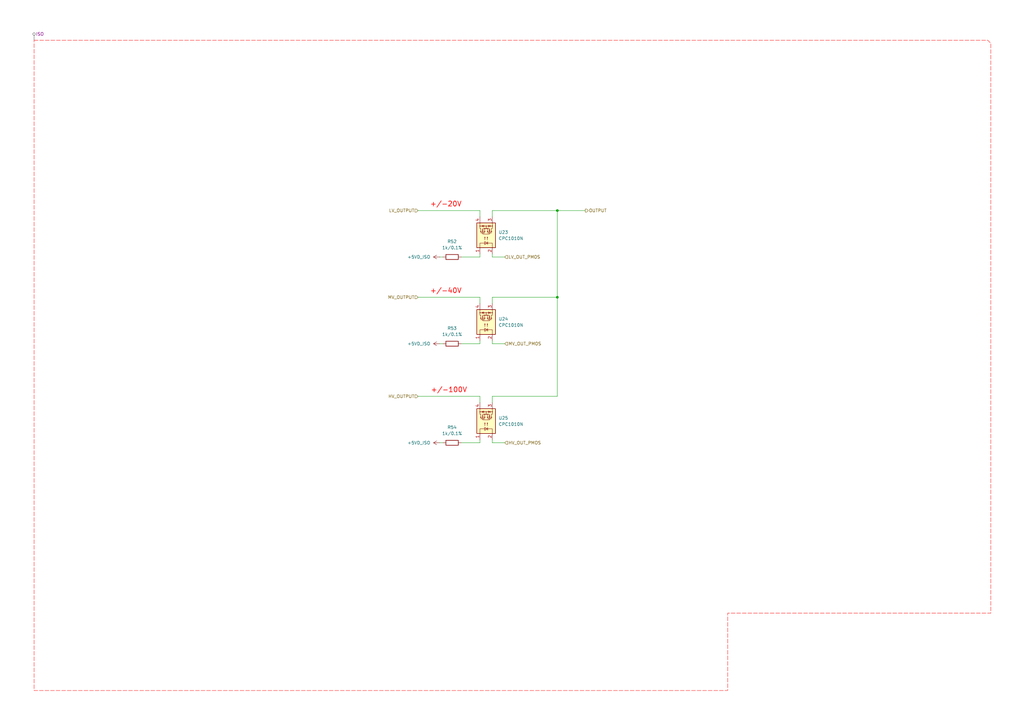
<source format=kicad_sch>
(kicad_sch (version 20250114) (generator "eeschema") (generator_version "9.0")
  (paper "A3")
  (lib_symbols
    (symbol "Device:R" (pin_numbers (hide yes)) (pin_names (offset 0))
      (property "Reference" "R" (at 2.032 0 90))
      (property "Value" "R" (at 0 0 90))
      (symbol "R_0_1"
        (rectangle (start -1.016 -2.54) (end 1.016 2.54) (stroke (width 0.254)))
      )
      (symbol "R_1_1"
        (pin passive line (at 0 3.81 270) (length 1.27) (name "~") (number "1"))
        (pin passive line (at 0 -3.81 90) (length 1.27) (name "~") (number "2"))
      )
    )
    (symbol "ETH1CVOLT_A:+5VD_ISO" (power) (pin_numbers (hide yes)) (pin_names (offset 0) (hide yes))
      (property "Value" "+5VD_ISO" (at 0 3.556 0))
      (symbol "+5VD_ISO_0_1"
        (polyline (pts (xy -0.762 1.27) (xy 0 2.54)))
        (polyline (pts (xy 0 2.54) (xy 0.762 1.27)))
        (polyline (pts (xy 0 0) (xy 0 2.54)))
      )
      (symbol "+5VD_ISO_1_1"
        (pin power_in line (at 0 0 90) (length 0) (name "~") (number "1"))
      )
    )
    (symbol "Relay_SolidState:CPC1010N"
      (property "Reference" "U" (at -5.08 5.08 0))
      (property "Value" "CPC1010N" (at 0 5.08 0))
      (symbol "CPC1010N_0_1"
        (rectangle (start -5.08 3.81) (end 5.08 -3.81) (stroke (width 0.254)) (fill (type background)))
        (polyline (pts (xy -5.08 2.54) (xy -3.175 2.54) (xy -3.175 -2.54) (xy -5.08 -2.54)))
        (polyline (pts (xy -3.81 -0.635) (xy -2.54 -0.635)))
        (polyline (pts (xy -3.175 -0.635) (xy -3.81 0.635) (xy -2.54 0.635) (xy -3.175 -0.635)))
        (polyline (pts (xy -1.905 0.508) (xy -0.635 0.508) (xy -1.016 0.381) (xy -1.016 0.635) (xy -0.635 0.508)))
        (polyline (pts (xy -1.905 -0.508) (xy -0.635 -0.508) (xy -1.016 -0.635) (xy -1.016 -0.381) (xy -0.635 -0.508)))
        (polyline (pts (xy 1.016 2.159) (xy 1.016 0.635)) (stroke (width 0.2032)))
        (polyline (pts (xy 1.016 1.397) (xy 0.508 1.397) (xy 0.508 -1.397) (xy 1.016 -1.397)))
        (polyline (pts (xy 1.016 -0.635) (xy 1.016 -2.159)) (stroke (width 0.2032)))
        (polyline (pts (xy 1.651 2.159) (xy 2.794 2.159) (xy 2.794 2.54) (xy 5.08 2.54)))
        (polyline (pts (xy 1.651 1.397) (xy 2.794 1.397) (xy 2.794 0.635)))
        (polyline (pts (xy 1.651 -0.635) (xy 2.794 -0.635) (xy 2.794 0.635) (xy 1.651 0.635)))
        (polyline (pts (xy 1.651 -1.397) (xy 2.794 -1.397) (xy 2.794 -0.635)))
        (polyline (pts (xy 1.651 -2.159) (xy 2.794 -2.159) (xy 2.794 -2.54) (xy 5.08 -2.54)))
        (polyline (pts (xy 1.778 1.397) (xy 2.286 1.524) (xy 2.286 1.27) (xy 1.778 1.397)))
        (polyline (pts (xy 1.778 -1.397) (xy 2.286 -1.27) (xy 2.286 -1.524) (xy 1.778 -1.397)))
        (circle (center 2.794 0.635) (radius 0.127))
        (polyline (pts (xy 2.794 0) (xy 3.81 0)))
        (circle (center 2.794 0) (radius 0.127))
        (circle (center 2.794 -0.635) (radius 0.127))
        (polyline (pts (xy 3.429 1.651) (xy 4.191 1.651)))
        (polyline (pts (xy 3.429 -1.651) (xy 4.191 -1.651)))
        (circle (center 3.81 2.54) (radius 0.127))
        (polyline (pts (xy 3.81 1.651) (xy 3.429 0.889) (xy 4.191 0.889) (xy 3.81 1.651)))
        (circle (center 3.81 0) (radius 0.127))
        (polyline (pts (xy 3.81 -1.651) (xy 3.429 -0.889) (xy 4.191 -0.889) (xy 3.81 -1.651)))
        (polyline (pts (xy 3.81 -2.54) (xy 3.81 2.54)))
        (circle (center 3.81 -2.54) (radius 0.127))
      )
      (symbol "CPC1010N_1_1"
        (polyline (pts (xy 1.524 2.286) (xy 1.524 2.032)) (stroke (width 0.3302)))
        (polyline (pts (xy 1.524 1.524) (xy 1.524 1.27)) (stroke (width 0.3302)))
        (polyline (pts (xy 1.524 0.762) (xy 1.524 0.508)) (stroke (width 0.3302)))
        (polyline (pts (xy 1.524 -0.508) (xy 1.524 -0.762)) (stroke (width 0.3302)))
        (polyline (pts (xy 1.524 -1.27) (xy 1.524 -1.524)) (stroke (width 0.3302)))
        (polyline (pts (xy 1.524 -2.032) (xy 1.524 -2.286)) (stroke (width 0.3302)))
        (pin passive line (at -7.62 2.54 0) (length 2.54) (name "~") (number "1"))
        (pin passive line (at -7.62 -2.54 0) (length 2.54) (name "~") (number "2"))
        (pin passive line (at 7.62 2.54 180) (length 2.54) (name "~") (number "4"))
        (pin passive line (at 7.62 -2.54 180) (length 2.54) (name "~") (number "3"))
      )
    )
  )
  (text "+/-20V" (at 182.88 83.82 0) (effects (font (size 2.032 2.032) (thickness 0.254) (bold yes))))
  (text "+/-100V" (at 184.15 160.02 0) (effects (font (size 2.032 2.032) (thickness 0.254) (bold yes))))
  (text "+/-40V" (at 182.88 119.38 0) (effects (font (size 2.032 2.032) (thickness 0.254) (bold yes))))
  (junction (at 228.6 121.92))
  (junction (at 228.6 86.36))
  (wire (pts (xy 228.6 86.36) (xy 228.6 121.92)))
  (wire (pts (xy 201.93 162.56) (xy 228.6 162.56)))
  (wire (pts (xy 228.6 86.36) (xy 240.03 86.36)))
  (wire (pts (xy 171.45 86.36) (xy 196.85 86.36)))
  (wire (pts (xy 196.85 104.14) (xy 196.85 105.41)))
  (wire (pts (xy 201.93 86.36) (xy 228.6 86.36)))
  (wire (pts (xy 201.93 121.92) (xy 228.6 121.92)))
  (wire (pts (xy 201.93 104.14) (xy 201.93 105.41)))
  (wire (pts (xy 189.23 181.61) (xy 196.85 181.61)))
  (wire (pts (xy 207.01 105.41) (xy 201.93 105.41)))
  (wire (pts (xy 180.34 140.97) (xy 181.61 140.97)))
  (wire (pts (xy 201.93 121.92) (xy 201.93 124.46)))
  (wire (pts (xy 201.93 180.34) (xy 201.93 181.61)))
  (wire (pts (xy 196.85 180.34) (xy 196.85 181.61)))
  (wire (pts (xy 228.6 162.56) (xy 228.6 121.92)))
  (wire (pts (xy 207.01 140.97) (xy 201.93 140.97)))
  (wire (pts (xy 196.85 162.56) (xy 196.85 165.1)))
  (wire (pts (xy 171.45 162.56) (xy 196.85 162.56)))
  (wire (pts (xy 180.34 105.41) (xy 181.61 105.41)))
  (wire (pts (xy 189.23 105.41) (xy 196.85 105.41)))
  (wire (pts (xy 196.85 139.7) (xy 196.85 140.97)))
  (wire (pts (xy 201.93 162.56) (xy 201.93 165.1)))
  (wire (pts (xy 196.85 121.92) (xy 196.85 124.46)))
  (wire (pts (xy 201.93 86.36) (xy 201.93 88.9)))
  (wire (pts (xy 180.34 181.61) (xy 181.61 181.61)))
  (wire (pts (xy 171.45 121.92) (xy 196.85 121.92)))
  (wire (pts (xy 189.23 140.97) (xy 196.85 140.97)))
  (wire (pts (xy 201.93 139.7) (xy 201.93 140.97)))
  (wire (pts (xy 207.01 181.61) (xy 201.93 181.61)))
  (wire (pts (xy 196.85 86.36) (xy 196.85 88.9)))
  (hierarchical_label "HV_OUTPUT" (shape input) (at 171.45 162.56 180))
  (hierarchical_label "LV_OUT_PMOS" (shape input) (at 207.01 105.41 0))
  (hierarchical_label "LV_OUTPUT" (shape input) (at 171.45 86.36 180))
  (hierarchical_label "MV_OUT_PMOS" (shape input) (at 207.01 140.97 0))
  (hierarchical_label "MV_OUTPUT" (shape input) (at 171.45 121.92 180))
  (hierarchical_label "OUTPUT" (shape output) (at 240.03 86.36 0))
  (hierarchical_label "HV_OUT_PMOS" (shape input) (at 207.01 181.61 0))
  (rule_area (polyline (pts (xy 13.97 16.51) (xy 405.13 16.51) (xy 406.4 17.78) (xy 406.4 251.46) (xy 298.45 251.46) (xy 298.45 283.21) (xy 13.97 283.21)) (stroke (width 0) (type dash))))
  (netclass_flag "" (length 2.54) (shape round) (at 13.97 16.51 0) (property "Netclass" "ISO" (at 14.6685 13.97 0) (effects (justify left))) (property "Component Class" "ISO" (effects (hide yes))))
  (symbol (lib_id "Relay_SolidState:CPC1010N") (at 199.39 96.52 90) (unit 1)
    (property "Reference" "U23" (at 204.47 95.2499 90) (effects (justify right)))
    (property "Value" "CPC1010N" (at 204.47 97.7899 90) (effects (justify right)))
    (property "Footprint" "Package_SO:SOP-4_3.8x4.1mm_P2.54mm" (effects (hide yes)))
    (property "Datasheet" "https://www.littelfuse.com/assetdocs/littelfuse-integrated-circuits-cpc1010n-datasheet?assetguid=554b5181-42cc-4056-a97c-a5b4587fbe84" (effects (hide yes)))
    (property "Description" "Form A, Solid State Relay (Photo MOSFET) 250V, 0.17A, 11.5Ohm, AC/DC, SO-4" (effects (hide yes)))
  )
  (symbol (lib_id "Device:R") (at 185.42 105.41 90) (unit 1)
    (property "Reference" "R52" (at 185.42 99.06 90))
    (property "Value" "1k/0.1%" (at 185.42 101.6 90))
    (property "Footprint" "Resistor_SMD:R_0603_1608Metric_Pad0.98x0.95mm_HandSolder" (effects (hide yes)))
    (property "Description" "Resistor" (effects (hide yes)))
  )
  (symbol (lib_id "Device:R") (at 185.42 181.61 90) (unit 1)
    (property "Reference" "R54" (at 185.42 175.26 90))
    (property "Value" "1k/0.1%" (at 185.42 177.8 90))
    (property "Footprint" "Resistor_SMD:R_0603_1608Metric_Pad0.98x0.95mm_HandSolder" (effects (hide yes)))
    (property "Description" "Resistor" (effects (hide yes)))
  )
  (symbol (lib_id "ETH1CVOLT_A:+5VD_ISO") (at 180.34 105.41 90) (unit 1)
    (property "Reference" "#PWR0154" (effects (hide yes)))
    (property "Value" "+5VD_ISO" (at 176.53 105.4099 90) (effects (justify left)))
    (property "Description" "Power symbol" (effects (hide yes)))
  )
  (symbol (lib_id "Relay_SolidState:CPC1010N") (at 199.39 132.08 90) (unit 1)
    (property "Reference" "U24" (at 204.47 130.8099 90) (effects (justify right)))
    (property "Value" "CPC1010N" (at 204.47 133.3499 90) (effects (justify right)))
    (property "Footprint" "Package_SO:SOP-4_3.8x4.1mm_P2.54mm" (effects (hide yes)))
    (property "Datasheet" "https://www.littelfuse.com/assetdocs/littelfuse-integrated-circuits-cpc1010n-datasheet?assetguid=554b5181-42cc-4056-a97c-a5b4587fbe84" (effects (hide yes)))
    (property "Description" "Form A, Solid State Relay (Photo MOSFET) 250V, 0.17A, 11.5Ohm, AC/DC, SO-4" (effects (hide yes)))
  )
  (symbol (lib_id "ETH1CVOLT_A:+5VD_ISO") (at 180.34 181.61 90) (unit 1)
    (property "Reference" "#PWR0156" (effects (hide yes)))
    (property "Value" "+5VD_ISO" (at 176.53 181.6099 90) (effects (justify left)))
    (property "Description" "Power symbol" (effects (hide yes)))
  )
  (symbol (lib_id "Device:R") (at 185.42 140.97 90) (unit 1)
    (property "Reference" "R53" (at 185.42 134.62 90))
    (property "Value" "1k/0.1%" (at 185.42 137.16 90))
    (property "Footprint" "Resistor_SMD:R_0603_1608Metric_Pad0.98x0.95mm_HandSolder" (effects (hide yes)))
    (property "Description" "Resistor" (effects (hide yes)))
  )
  (symbol (lib_id "Relay_SolidState:CPC1010N") (at 199.39 172.72 90) (unit 1)
    (property "Reference" "U25" (at 204.47 171.4499 90) (effects (justify right)))
    (property "Value" "CPC1010N" (at 204.47 173.9899 90) (effects (justify right)))
    (property "Footprint" "Package_SO:SOP-4_3.8x4.1mm_P2.54mm" (effects (hide yes)))
    (property "Datasheet" "https://www.littelfuse.com/assetdocs/littelfuse-integrated-circuits-cpc1010n-datasheet?assetguid=554b5181-42cc-4056-a97c-a5b4587fbe84" (effects (hide yes)))
    (property "Description" "Form A, Solid State Relay (Photo MOSFET) 250V, 0.17A, 11.5Ohm, AC/DC, SO-4" (effects (hide yes)))
  )
  (symbol (lib_id "ETH1CVOLT_A:+5VD_ISO") (at 180.34 140.97 90) (unit 1)
    (property "Reference" "#PWR0155" (effects (hide yes)))
    (property "Value" "+5VD_ISO" (at 176.53 140.9699 90) (effects (justify left)))
    (property "Description" "Power symbol" (effects (hide yes)))
  )
)
</source>
